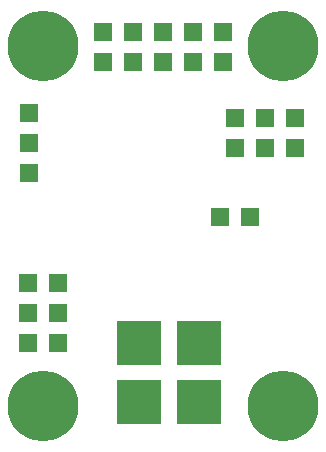
<source format=gbr>
G04 #@! TF.FileFunction,Soldermask,Top*
%FSLAX46Y46*%
G04 Gerber Fmt 4.6, Leading zero omitted, Abs format (unit mm)*
G04 Created by KiCad (PCBNEW (2015-05-13 BZR 5653)-product) date 10. 9. 2015 8:10:11*
%MOMM*%
G01*
G04 APERTURE LIST*
%ADD10C,0.300000*%
%ADD11R,1.524000X1.524000*%
%ADD12C,6.000000*%
%ADD13R,3.810000X3.810000*%
G04 APERTURE END LIST*
D10*
D11*
X3810000Y15494000D03*
X6350000Y15494000D03*
X3810000Y12954000D03*
X6350000Y12954000D03*
X3810000Y10414000D03*
X6350000Y10414000D03*
X22606000Y21082000D03*
X20066000Y21082000D03*
X26416000Y26924000D03*
X23876000Y26924000D03*
X26416000Y29464000D03*
X23876000Y29464000D03*
X20320000Y36766500D03*
X20320000Y34226500D03*
X17780000Y36766500D03*
X17780000Y34226500D03*
X15240000Y36766500D03*
X15240000Y34226500D03*
X12700000Y36766500D03*
X12700000Y34226500D03*
X10160000Y36766500D03*
X10160000Y34226500D03*
D12*
X5080000Y35560000D03*
X25400000Y5080000D03*
X25400000Y35560000D03*
X5080000Y5080000D03*
D13*
X18288000Y5414000D03*
X18288000Y10414000D03*
X13208000Y5414000D03*
X13208000Y10414000D03*
D11*
X3873500Y24765000D03*
X3873500Y27305000D03*
X3873500Y29845000D03*
X21336000Y26924000D03*
X21336000Y29464000D03*
M02*

</source>
